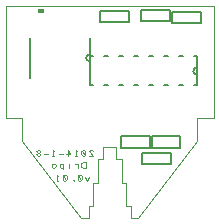
<source format=gbr>
%FSLAX23Y23*%
%MOIN*%
G04 EasyPC Gerber Version 16.0.6 Build 3249 *
%ADD10C,0.00100*%
%ADD88C,0.00394*%
%ADD12C,0.00500*%
%ADD11C,0.00600*%
X0Y0D02*
D02*
D10*
X125Y853D02*
X110D01*
Y843*
X125*
Y853*
G36*
X110*
Y843*
X125*
Y853*
G37*
X268Y323D02*
Y342D01*
X259*
X256Y340*
X254Y339*
X252Y336*
Y330*
X254Y326*
X256Y325*
X259Y323*
X268*
X243D02*
Y336D01*
Y331D02*
X242Y334D01*
X238Y336*
X235*
X232Y334*
X212Y323D02*
Y336D01*
Y340D02*
X193Y336*
Y319D01*
Y328D02*
X192Y325D01*
X188Y323*
X185*
X182Y325*
X181Y328*
Y331*
X182Y334*
X185Y336*
X188*
X192Y334*
X193Y331*
Y328*
X168D02*
X167Y325D01*
X163Y323*
X160*
X157Y325*
X156Y328*
Y331*
X157Y334*
X160Y336*
X163*
X167Y334*
X168Y331*
Y328*
X280Y292D02*
X274Y280D01*
X267Y292*
X253Y282D02*
X250Y280D01*
X247*
X244Y282*
X242Y285*
Y294*
X244Y297*
X247Y299*
X250*
X253Y297*
X255Y294*
Y285*
X253Y282*
X244Y297*
X228Y280D02*
X227Y282D01*
X228Y283*
X230Y282*
X228Y280*
X203Y282D02*
X200Y280D01*
X197*
X194Y282*
X192Y285*
Y294*
X194Y297*
X197Y299*
X200*
X203Y297*
X205Y294*
Y285*
X203Y282*
X194Y297*
X177Y280D02*
X171D01*
X174D02*
Y299D01*
X177Y296*
X279Y363D02*
X292D01*
X281Y374*
X279Y377*
X281Y380*
X284Y381*
X289*
X292Y380*
X265Y364D02*
X262Y363D01*
X259*
X256Y364*
X254Y367*
Y377*
X256Y380*
X259Y381*
X262*
X265Y380*
X267Y377*
Y367*
X265Y364*
X256Y380*
X239Y363D02*
X232D01*
X235D02*
Y381D01*
X239Y378*
X209Y363D02*
Y381D01*
X217Y369*
X204*
X192D02*
X179D01*
X164Y363D02*
X157D01*
X160D02*
Y381D01*
X164Y378*
X142Y369D02*
X129D01*
X112Y372D02*
X109D01*
X106Y374*
X104Y377*
X106Y380*
X109Y381*
X112*
X115Y380*
X117Y377*
X115Y374*
X112Y372*
X115Y370*
X117Y367*
X115Y364*
X112Y363*
X109*
X106Y364*
X104Y367*
X106Y370*
X109Y372*
D02*
D11*
X81Y623D02*
Y754D01*
X282Y677D02*
G75*
G02Y701J12D01*
G01*
Y754D02*
Y623D01*
X293Y694D02*
X284D01*
Y597*
X293*
X330Y694D02*
X343D01*
Y597D02*
X330D01*
X380Y694D02*
X393D01*
Y597D02*
X380D01*
X430Y694D02*
X443D01*
Y597D02*
X430D01*
X480Y694D02*
X493D01*
Y597D02*
X480D01*
X530Y694D02*
X543D01*
Y597D02*
X530D01*
X580Y694D02*
X593D01*
Y597D02*
X580D01*
X630Y694D02*
X639D01*
Y597*
X630*
X639Y633D02*
G75*
G02Y657J12D01*
G01*
D02*
D12*
X385Y428D02*
Y390D01*
X481*
Y428*
X385*
X411Y807D02*
Y845D01*
X315*
Y807*
X411*
X456Y373D02*
Y335D01*
X552*
Y373*
X456*
X488Y428D02*
Y390D01*
X584*
Y428*
X488*
X548Y811D02*
Y849D01*
X452*
Y811*
X548*
X651Y804D02*
Y842D01*
X555*
Y804*
X651*
D02*
D88*
X695Y785D02*
Y863D01*
X2*
Y489*
X57*
Y411*
X254Y155*
X278*
Y194*
X293*
Y273*
X309*
Y352*
X327*
Y391*
X370*
Y352*
X388*
Y273*
X404*
Y194*
X419*
Y155*
X443*
X640Y411*
Y489*
X695*
Y785*
X1000Y464D02*
X0Y0*
M02*

</source>
